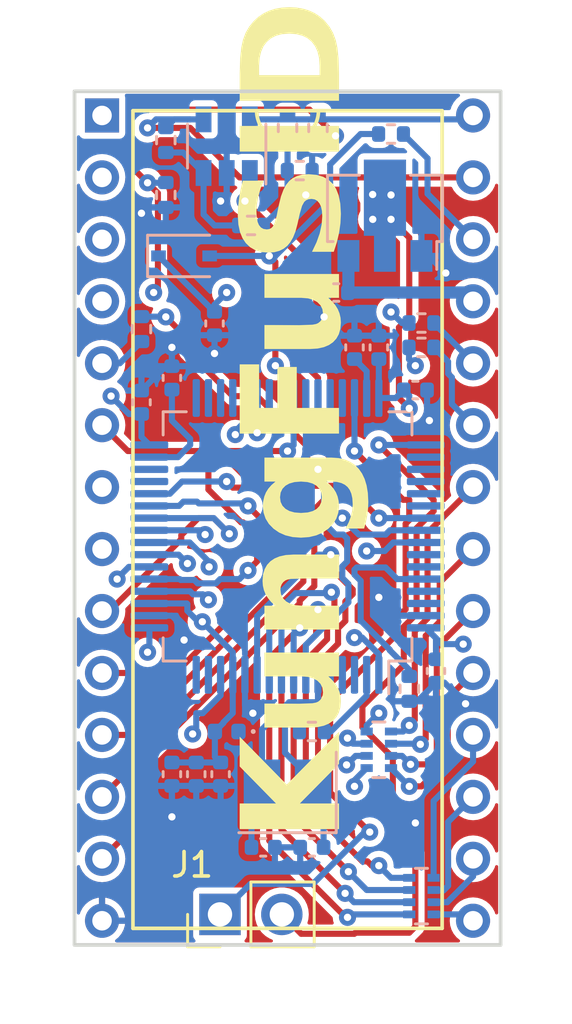
<source format=kicad_pcb>
(kicad_pcb (version 20240108) (generator "pcbnew") (generator_version "8.0")
  (title_block (title "Kung Fu Flash") (date "2019-12-15") (rev "1"))
  (layers (0 "F.Cu" signal) (1 "In1.Cu" signal) (2 "In2.Cu" signal) (31 "B.Cu" signal) (34 "B.Paste" user) (35 "F.Paste" user) (36 "B.SilkS" user "B.Silkscreen") (37 "F.SilkS" user "F.Silkscreen") (38 "B.Mask" user) (39 "F.Mask" user) (44 "Edge.Cuts" user))
  (net 0 "")
  (net 1 "GND")
  (net 2 "+3V3")
  (net 3 "/R~{W}")
  (net 4 "/CD7")
  (net 5 "+5V")
  (net 6 "/CD6")
  (net 7 "/CD5")
  (net 8 "/CD4")
  (net 9 "/CD3")
  (net 10 "/CD2")
  (net 11 "/CD1")
  (net 12 "/CD0")
  (net 13 "/A4")
  (net 14 "/A3")
  (net 15 "/A2")
  (net 16 "/A1")
  (net 17 "/A0")
  (net 18 "/D2")
  (net 19 "/D3")
  (net 20 "/D1")
  (net 21 "/D0")
  (net 22 "/D4")
  (net 23 "/D5")
  (net 24 "/D7")
  (net 25 "/D6")
  (net 26 "/BOOT0")
  (net 27 "Net-(U3-PH0)")
  (net 28 "/~{LED}")
  (net 29 "/~{RST}")
  (net 30 "/SPECIAL")
  (net 31 "/SWDIO")
  (net 32 "/SWCLK")
  (net 33 "Net-(U3-PH1)")
  (net 34 "Net-(U3-VCAP_1)")
  (net 35 "Net-(U3-VCAP_2)")
  (net 36 "Net-(D1-K)")
  (net 37 "Net-(U2-EXT_IN)")
  (net 38 "/VDD")
  (net 39 "Net-(R7-Pad1)")
  (net 40 "Net-(U2-{slash}RES)")
  (net 41 "Net-(U4--)")
  (net 42 "Net-(U2-AUDIO_OUT)")
  (net 43 "/I_P_X")
  (net 44 "/I_P_Y")
  (net 50 "/~{CS}")
  (net 51 "/POT_Y")
  (net 52 "/POT_X")
  (net 53 "/EXT_IN")
  (net 72 "/VDD_ADC")
  (net 73 "/PHI2")
  (footprint "mod:DIP-28_W15.24mm" (layer "F.Cu") (at 67.38 82.99)
    (property "Reference" "U2" (hide yes))
    (property "Value" "C64-SID-Socket-hackup")
  )
  (footprint "Connector_PinHeader_2.54mm:PinHeader_1x02_P2.54mm_Vertical" (layer "F.Cu") (at 72.225 115.75 90)
    (property "Reference" "J1")
    (property "Value" "SWD")
  )
  (footprint "Capacitor_SMD:C_0402_1005Metric" (layer "B.Cu") (at 76 113)
    (property "Reference" "C10" (hide yes))
    (property "Value" "20p" (hide yes))
  )
  (footprint "Resistor_SMD:R_0402_1005Metric" (layer "B.Cu") (at 80 106.5 -90)
    (property "Reference" "R6" (hide yes))
    (property "Value" "10k" (hide yes))
  )
  (footprint "Capacitor_SMD:C_0402_1005Metric" (layer "B.Cu") (at 71.25 110 -90)
    (property "Reference" "C9" (hide yes))
    (property "Value" "100n" (hide yes))
  )
  (footprint "Capacitor_SMD:C_0402_1005Metric" (layer "B.Cu") (at 81.096 105.769 -90)
    (property "Reference" "C8" (hide yes))
    (property "Value" "100n" (hide yes))
  )
  (footprint "Capacitor_SMD:C_0402_1005Metric" (layer "B.Cu") (at 77 90.25 180)
    (property "Reference" "C1" (hide yes))
    (property "Value" "10u" (hide yes))
  )
  (footprint "Capacitor_SMD:C_0402_1005Metric" (layer "B.Cu") (at 78.75 92.5 90)
    (property "Reference" "C3" (hide yes))
    (property "Value" "100n" (hide yes))
  )
  (footprint "Capacitor_SMD:C_0402_1005Metric" (layer "B.Cu") (at 72.25 110 -90)
    (property "Reference" "C7" (hide yes))
    (property "Value" "100n" (hide yes))
  )
  (footprint "Package_QFP:LQFP-64_10x10mm_P0.5mm" (layer "B.Cu") (at 75 100.25 90)
    (property "Reference" "U3" (hide yes))
    (property "Value" "GD32F405RGT6" (hide yes))
  )
  (footprint "Resistor_SMD:R_0402_1005Metric" (layer "B.Cu") (at 69 91.75 -90)
    (property "Reference" "R4" (hide yes))
    (property "Value" "100" (hide yes))
  )
  (footprint "Resistor_SMD:R_0402_1005Metric" (layer "B.Cu") (at 70 86.25 -90)
    (property "Reference" "R3" (hide yes))
    (property "Value" "1.2k" (hide yes))
  )
  (footprint "Resistor_SMD:R_0402_1005Metric" (layer "B.Cu") (at 76.25 83.5 90)
    (property "Reference" "R2" (hide yes))
    (property "Value" "6.2k" (hide yes))
  )
  (footprint "Resistor_SMD:R_Array_Concave_4x0402" (layer "B.Cu") (at 78.75 109 180)
    (property "Reference" "RN1" (hide yes))
    (property "Value" "100R" (hide yes))
  )
  (footprint "Resistor_SMD:R_Array_Concave_4x0402" (layer "B.Cu") (at 80.5 115 180)
    (property "Reference" "RN2" (hide yes))
    (property "Value" "100R" (hide yes))
  )
  (footprint "Resistor_SMD:R_0402_1005Metric" (layer "B.Cu") (at 75 83.5 90)
    (property "Reference" "R7" (hide yes))
    (property "Value" "470" (hide yes))
  )
  (footprint "Resistor_SMD:R_0402_1005Metric" (layer "B.Cu") (at 73.5 87.5)
    (property "Reference" "R8" (hide yes))
    (property "Value" "1k" (hide yes))
  )
  (footprint "Capacitor_SMD:C_0402_1005Metric" (layer "B.Cu") (at 74 113)
    (property "Reference" "C11" (hide yes))
    (property "Value" "20p" (hide yes))
  )
  (footprint "mod:Crystal_SMD_3225-2Pin_3.2x2.5mm" (layer "B.Cu") (at 75 110.75 180)
    (property "Reference" "Y1" (hide yes))
    (property "Value" "8MHz" (hide yes))
  )
  (footprint "Capacitor_SMD:C_0402_1005Metric" (layer "B.Cu") (at 69 94.75 90)
    (property "Reference" "C5" (hide yes))
    (property "Value" "100n" (hide yes))
  )
  (footprint "Capacitor_SMD:C_0402_1005Metric" (layer "B.Cu") (at 70.25 110 -90)
    (property "Reference" "C2" (hide yes))
    (property "Value" "10u" (hide yes))
  )
  (footprint "Capacitor_SMD:C_0402_1005Metric" (layer "B.Cu") (at 80.25 94.25)
    (property "Reference" "C6" (hide yes))
    (property "Value" "100n" (hide yes))
  )
  (footprint "Resistor_SMD:R_0402_1005Metric" (layer "B.Cu") (at 76 108.25 180)
    (property "Reference" "R5" (hide yes))
    (property "Value" "510R" (hide yes))
  )
  (footprint "Capacitor_SMD:C_0402_1005Metric" (layer "B.Cu") (at 70.25 93.75 -90)
    (property "Reference" "C12" (hide yes))
    (property "Value" "2.2u" (hide yes))
  )
  (footprint "Capacitor_SMD:C_0402_1005Metric" (layer "B.Cu") (at 77.75 92.5 90)
    (property "Reference" "C13" (hide yes))
    (property "Value" "2.2u" (hide yes))
  )
  (footprint "LED_SMD:LED_0402_1005Metric" (layer "B.Cu") (at 72.5 108.25 180)
    (property "Reference" "D1" (hide yes))
    (property "Value" "LED" (hide yes))
  )
  (footprint "Diode_SMD:D_SOD-323" (layer "B.Cu") (at 70.75 88.75)
    (property "Reference" "D2" (hide yes))
    (property "Value" "1N4148WS" (hide yes))
  )
  (footprint "Capacitor_SMD:C_0402_1005Metric" (layer "B.Cu") (at 72 91.52 -90)
    (property "Reference" "C4" (hide yes))
    (property "Value" "100n" (hide yes))
  )
  (footprint "Resistor_SMD:R_0402_1005Metric" (layer "B.Cu") (at 79.25 83.75)
    (property "Reference" "R1" (hide yes))
    (property "Value" "100" (hide yes))
  )
  (footprint "Package_TO_SOT_SMD:SOT-23-5" (layer "B.Cu") (at 72.5 84.25 90)
    (property "Reference" "U4" (hide yes))
    (property "Value" "LM321" (hide yes))
  )
  (footprint "Resistor_SMD:R_0402_1005Metric" (layer "B.Cu") (at 70 84 -90)
    (property "Reference" "R10" (hide yes))
    (property "Value" "0" (hide yes))
  )
  (footprint "Package_TO_SOT_SMD:SOT-89-3" (layer "B.Cu") (at 79 87.1 90)
    (property "Reference" "U1" (hide yes))
    (property "Value" "AMS1117-3.3" (hide yes))
  )
  (footprint "Resistor_SMD:R_0402_1005Metric" (layer "B.Cu") (at 75.5 85.25 180)
    (property "Reference" "R9" (hide yes))
    (property "Value" "33" (hide yes))
  )
  (footprint "Resistor_SMD:R_0402_1005Metric" (layer "B.Cu") (at 80.5 91.5)
    (property "Reference" "R11" (hide yes))
    (property "Value" "470" (hide yes))
  )
  (footprint "Resistor_SMD:R_0402_1005Metric" (layer "B.Cu") (at 80.5 92.5)
    (property "Reference" "R12" (hide yes))
    (property "Value" "470" (hide yes))
  )
  (gr_line (start 81.35 82.794) (end 81.35 116.322) (stroke (width 0.15)) (layer "F.SilkS"))
  (gr_arc (start 76.27 82.794) (mid 75 84.064) (end 73.73 82.794) (stroke (width 0.15)) (layer "F.SilkS"))
  (gr_line (start 68.65 116.322) (end 68.65 82.794) (stroke (width 0.15)) (layer "F.SilkS"))
  (gr_line (start 81.35 116.322) (end 68.65 116.322) (stroke (width 0.15)) (layer "F.SilkS"))
  (gr_line (start 68.65 82.794) (end 81.35 82.794) (stroke (width 0.15)) (layer "F.SilkS"))
  (gr_line (start 66.25 82) (end 83.75 82) (stroke (width 0.15)) (layer "Edge.Cuts"))
  (gr_line (start 83.75 117) (end 66.25 117) (stroke (width 0.15)) (layer "Edge.Cuts"))
  (gr_line (start 83.75 82) (end 83.75 117) (stroke (width 0.15)) (layer "Edge.Cuts"))
  (gr_line (start 66.25 117) (end 66.25 82) (stroke (width 0.15)) (layer "Edge.Cuts"))
  (gr_text "KungFuSID" (at 77.794 112.766 90) (layer "F.SilkS") (effects (font (size 4 4) (thickness 1) (bold yes)) (justify left bottom)))
  (via (at 72 92.75) (size 0.7) (drill 0.3) (layers "F.Cu" "B.Cu") (net 1))
  (via (at 80.8255 95.5) (size 0.7) (drill 0.3) (layers "F.Cu" "B.Cu") (net 1))
  (via (at 73.5755 107.5) (size 0.7) (drill 0.3) (layers "F.Cu" "B.Cu") (net 1))
  (via (at 80.25 112) (size 0.7) (drill 0.3) (layers "F.Cu" "B.Cu") (net 1))
  (via (at 75.75 86.25) (size 0.7) (drill 0.3) (layers "F.Cu" "B.Cu") (net 1))
  (via (at 70.25 92.5) (size 0.7) (drill 0.3) (layers "F.Cu" "B.Cu") (net 1))
  (via (at 69 87) (size 0.7) (drill 0.3) (layers "F.Cu" "B.Cu") (net 1))
  (via (at 78.75 102.75) (size 0.7) (drill 0.3) (layers "F.Cu" "B.Cu") (net 1))
  (via (at 81.5 89.4505) (size 0.7) (drill 0.3) (layers "F.Cu" "B.Cu") (net 1))
  (via (at 82.31087 107.113018) (size 0.7) (drill 0.3) (layers "F.Cu" "B.Cu") (net 1))
  (via (at 70.75 104.5) (size 0.7) (drill 0.3) (layers "F.Cu" "B.Cu") (net 1))
  (via (at 72.25 86.5) (size 0.7) (drill 0.3) (layers "F.Cu" "B.Cu") (net 1))
  (via (at 70.25 111.75) (size 0.7) (drill 0.3) (layers "F.Cu" "B.Cu") (net 1))
  (via (at 76.5 91.25) (size 0.7) (drill 0.3) (layers "F.Cu" "B.Cu") (net 1))
  (segment (start 69.325 103.5) (end 70.25 103.5) (width 0.25) (layer "B.Cu") (net 1))
  (segment (start 70.25 110.48) (end 70.25 111.75) (width 0.25) (layer "B.Cu") (net 1))
  (segment (start 69.24 86.76) (end 69 87) (width 0.25) (layer "B.Cu") (net 1))
  (segment (start 70.25 110.48) (end 72.25 110.48) (width 0.25) (layer "B.Cu") (net 1))
  (segment (start 80.73 94.25) (end 80.73 95.4045) (width 0.25) (layer "B.Cu") (net 1))
  (segment (start 77.75 92.02) (end 78.75 92.02) (width 0.25) (layer "B.Cu") (net 1))
  (segment (start 69 94.27) (end 70 93.27) (width 0.25) (layer "B.Cu") (net 1))
  (segment (start 70.25 103.5) (end 70.75 104) (width 0.25) (layer "B.Cu") (net 1))
  (segment (start 70.25 93.27) (end 70.25 92.5) (width 0.25) (layer "B.Cu") (net 1))
  (segment (start 80.335 107.01) (end 81.096 106.249) (width 0.25) (layer "B.Cu") (net 1))
  (segment (start 80 107.01) (end 80.335 107.01) (width 0.25) (layer "B.Cu") (net 1))
  (segment (start 72.5 86.25) (end 72.25 86.5) (width 0.25) (layer "B.Cu") (net 1))
  (segment (start 81.446852 106.249) (end 82.31087 107.113018) (width 0.25) (layer "B.Cu") (net 1))
  (segment (start 80.675 103.5) (end 79.25 103.5) (width 0.25) (layer "B.Cu") (net 1))
  (segment (start 80.7995 88.75) (end 81.5 89.4505) (width 0.25) (layer "B.Cu") (net 1))
  (segment (start 80.5 88.75) (end 80.7995 88.75) (width 0.25) (layer "B.Cu") (net 1))
  (segment (start 70 93.27) (end 70.25 93.27) (width 0.25) (layer "B.Cu") (net 1))
  (segment (start 73.5755 107.5) (end 73.25 107.1745) (width 0.25) (layer "B.Cu") (net 1))
  (segment (start 76.01 85.99) (end 75.75 86.25) (width 0.25) (layer "B.Cu") (net 1))
  (segment (start 81.096 106.249) (end 81.446852 106.249) (width 0.25) (layer "B.Cu") (net 1))
  (segment (start 70 86.76) (end 69.24 86.76) (width 0.25) (layer "B.Cu") (net 1))
  (segment (start 72 92) (end 72 92.75) (width 0.25) (layer "B.Cu") (net 1))
  (segment (start 76.01 85.25) (end 76.01 85.99) (width 0.25) (layer "B.Cu") (net 1))
  (segment (start 79.25 103.5) (end 78.5 102.75) (width 0.25) (layer "B.Cu") (net 1))
  (segment (start 70.75 104) (end 70.75 104.5) (width 0.25) (layer "B.Cu") (net 1))
  (segment (start 73.25 107.1745) (end 73.25 105.925) (width 0.25) (layer "B.Cu") (net 1))
  (segment (start 80.73 95.4045) (end 80.8255 95.5) (width 0.25) (layer "B.Cu") (net 1))
  (segment (start 76.52 90.25) (end 76.52 91.23) (width 0.25) (layer "B.Cu") (net 1))
  (segment (start 76.52 91.23) (end 76.5 91.25) (width 0.25) (layer "B.Cu") (net 1))
  (segment (start 72.5 85.35) (end 72.5 86.25) (width 0.25) (layer "B.Cu") (net 1))
  (segment (start 77.75 92.02) (end 77.27 92.02) (width 0.25) (layer "B.Cu") (net 1))
  (segment (start 77.27 92.02) (end 76.5 91.25) (width 0.25) (layer "B.Cu") (net 1))
  (segment (start 79.230593 86.230593) (end 79.25 86.25) (width 0.5) (layer "F.Cu") (net 2))
  (segment (start 80 95) (end 79.575 94.575) (width 0.25) (layer "F.Cu") (net 2))
  (segment (start 80 91.254095) (end 80 88) (width 0.25) (layer "F.Cu") (net 2))
  (segment (start 78.495824 86.230593) (end 79.230593 86.230593) (width 0.5) (layer "F.Cu") (net 2))
  (segment (start 79.25 86.25) (end 79.25 87.25) (width 0.5) (layer "F.Cu") (net 2))
  (segment (start 79.575 94.575) (end 79.575 91.679095) (width 0.25) (layer "F.Cu") (net 2))
  (segment (start 78.495824 87.245824) (end 78.5 87.25) (width 0.5) (layer "F.Cu") (net 2))
  (segment (start 79.575 91.679095) (end 80 91.254095) (width 0.25) (layer "F.Cu") (net 2))
  (segment (start 78.495824 86.230593) (end 78.495824 87.245824) (width 0.5) (layer "F.Cu") (net 2))
  (segment (start 79.25 87.25) (end 78.5 87.25) (width 0.25) (layer "F.Cu") (net 2))
  (segment (start 80 88) (end 79.25 87.25) (width 0.25) (layer "F.Cu") (net 2))
  (via (at 79.25 86.25) (size 0.7) (drill 0.3) (layers "F.Cu" "B.Cu") (net 2))
  (via (at 78.5 87.25) (size 0.7) (drill 0.3) (layers "F.Cu" "B.Cu") (net 2))
  (via (at 80 95) (size 0.7) (drill 0.3) (layers "F.Cu" "B.Cu") (net 2))
  (via (at 78.495824 86.230593) (size 0.7) (drill 0.3) (layers "F.Cu" "B.Cu") (net 2))
  (via (at 79.25 87.25) (size 0.7) (drill 0.3) (layers "F.Cu" "B.Cu") (net 2))
  (via (at 72.5 90.25) (size 0.7) (drill 0.3) (layers "F.Cu" "B.Cu") (net 2))
  (via (at 82.215401 104.667817) (size 0.7) (drill 0.3) (layers "F.Cu" "B.Cu") (net 2))
  (via (at 67.750982 94.496841) (size 0.7) (drill 0.3) (layers "F.Cu" "B.Cu") (net 2))
  (via (at 77.7495 104.399503) (size 0.7) (drill 0.3) (layers "F.Cu" "B.Cu") (net 2))
  (via (at 71.5 103.75) (size 0.7) (drill 0.3) (layers "F.Cu" "B.Cu") (net 2))
  (segment (start 72 90.75) (end 72.5 90.25) (width 0.25) (layer "B.Cu") (net 2))
  (segment (start 80 95) (end 80 94.48) (width 0.25) (layer "B.Cu") (net 2))
  (segment (start 72 91.04) (end 72 90.75) (width 0.25) (layer "B.Cu") (net 2))
  (segment (start 72.365 107.877696) (end 72.365 107.9) (width 0.25) (layer "B.Cu") (net 2))
  (segment (start 69 95.23) (end 69 96.175) (width 0.25) (layer "B.Cu") (net 2))
  (segment (start 69.325 103) (end 70.859295 103) (width 0.25) (layer "B.Cu") (net 2))
  (segment (start 72.75 105) (end 72.75 105.925) (width 0.25) (layer "B.Cu") (net 2))
  (segment (start 70.859295 103) (end 70.883514 103.024219) (width 0.25) (layer "B.Cu") (net 2))
  (segment (start 78.75 94.575) (end 78.75 92.98) (width 0.25) (layer "B.Cu") (net 2))
  (segment (start 79.445 94.575) (end 79.77 94.25) (width 0.25) (layer "B.Cu") (net 2))
  (segment (start 81.342817 104.667817) (end 80.675 104) (width 0.25) (layer "B.Cu") (net 2))
  (segment (start 78.067267 104.399503) (end 78.75 105.082236) (width 0.25) (layer "B.Cu") (net 2))
  (segment (start 82.215401 104.667817) (end 81.342817 104.667817) (width 0.25) (layer "B.Cu") (net 2))
  (segment (start 70.25 109.52) (end 72.25 109.52) (width 0.25) (layer "B.Cu") (net 2))
  (segment (start 68.484141 95.23) (end 67.750982 94.496841) (width 0.25) (layer "B.Cu") (net 2))
  (segment (start 80 94.48) (end 79.77 94.25) (width 0.25) (layer "B.Cu") (net 2))
  (segment (start 72.015 108.25) (end 72.015 109.285) (width 0.25) (layer "B.Cu") (net 2))
  (segment (start 72.365 107.9) (end 72.015 108.25) (width 0.25) (layer "B.Cu") (net 2))
  (segment (start 69 96.175) (end 69.325 96.5) (width 0.25) (layer "B.Cu") (net 2))
  (segment (start 72.015 109.285) (end 72.25 109.52) (width 0.25) (layer "B.Cu") (net 2))
  (segment (start 70.883514 103.299632) (end 71.333882 103.75) (width 0.25) (layer "B.Cu") (net 2))
  (segment (start 72.75 107.492696) (end 72.365 107.877696) (width 0.25) (layer "B.Cu") (net 2))
  (segment (start 72.75 105.925) (end 72.75 107.492696) (width 0.25) (layer "B.Cu") (net 2))
  (segment (start 78.75 105.082236) (end 78.75 105.925) (width 0.25) (layer "B.Cu") (net 2))
  (segment (start 70.883514 103.024219) (end 70.883514 103.299632) (width 0.25) (layer "B.Cu") (net 2))
  (segment (start 81.096 104.421) (end 80.675 104) (width 0.25) (layer "B.Cu") (net 2))
  (segment (start 71.5 103.75) (end 72.75 105) (width 0.25) (layer "B.Cu") (net 2))
  (segment (start 78.75 94.575) (end 79.445 94.575) (width 0.25) (layer "B.Cu") (net 2))
  (segment (start 72 91.04) (end 71.99 91.04) (width 0.25) (layer "B.Cu") (net 2))
  (segment (start 71.99 91.04) (end 69.7 88.75) (width 0.25) (layer "B.Cu") (net 2))
  (segment (start 77.7495 104.399503) (end 78.067267 104.399503) (width 0.25) (layer "B.Cu") (net 2))
  (segment (start 71.333882 103.75) (end 71.5 103.75) (width 0.25) (layer "B.Cu") (net 2))
  (segment (start 69 95.23) (end 68.484141 95.23) (width 0.25) (layer "B.Cu") (net 2))
  (segment (start 81.096 105.289) (end 81.096 104.421) (width 0.25) (layer "B.Cu") (net 2))
  (via (at 71.101944 108.351944) (size 0.7) (drill 0.3) (layers "F.Cu" "B.Cu") (net 3))
  (segment (start 72.25 106.767764) (end 71.517764 107.5) (width 0.25) (layer "B.Cu") (net 3))
  (segment (start 71.25 107.5) (end 71.25 108.203888) (width 0.25) (layer "B.Cu") (net 3))
  (segment (start 72.25 105.925) (end 72.25 106.767764) (width 0.25) (layer "B.Cu") (net 3))
  (segment (start 71.517764 107.5) (end 71.25 107.5) (width 0.25) (layer "B.Cu") (net 3))
  (segment (start 71.25 108.203888) (end 71.101944 108.351944) (width 0.25) (layer "B.Cu") (net 3))
  (segment (start 80.225 107.775) (end 80.225 104.138604) (width 0.25) (layer "F.Cu") (net 4))
  (segment (start 80.225 104.138604) (end 80.75 103.613604) (width 0.25) (layer "F.Cu") (net 4))
  (segment (start 80 108) (end 80.225 107.775) (width 0.25) (layer "F.Cu") (net 4))
  (segment (start 80.75 100.1) (end 82.62 98.23) (width 0.25) (layer "F.Cu") (net 4))
  (segment (start 80.75 103.613604) (end 80.75 100.1) (width 0.25) (layer "F.Cu") (net 4))
  (via (at 80 108) (size 0.7) (drill 0.3) (layers "F.Cu" "B.Cu") (net 4))
  (segment (start 79.75 108.25) (end 79.25 108.25) (width 0.25) (layer "B.Cu") (net 4))
  (segment (start 80 108) (end 79.75 108.25) (width 0.25) (layer "B.Cu") (net 4))
  (segment (start 77.5 90.23) (end 77.48 90.25) (width 0.5) (layer "B.Cu") (net 5))
  (segment (start 77.48 90.25) (end 82.26 90.25) (width 0.5) (layer "B.Cu") (net 5))
  (segment (start 82.26 90.25) (end 82.62 90.61) (width 0.5) (layer "B.Cu") (net 5))
  (segment (start 77.5 88.75) (end 77.5 90.23) (width 0.5) (layer "B.Cu") (net 5))
  (segment (start 81.25 103.75) (end 81.25 102.14) (width 0.25) (layer "F.Cu") (net 6))
  (segment (start 81.25 102.14) (end 82.62 100.77) (width 0.25) (layer "F.Cu") (net 6))
  (segment (start 80.45445 108.776261) (end 80.675 108.555711) (width 0.25) (layer "F.Cu") (net 6))
  (segment (start 80.675 108.555711) (end 80.675 104.325) (width 0.25) (layer "F.Cu") (net 6))
  (segment (start 80.675 104.325) (end 81.25 103.75) (width 0.25) (layer "F.Cu") (net 6))
  (via (at 80.45445 108.776261) (size 0.7) (drill 0.3) (layers "F.Cu" "B.Cu") (net 6))
  (segment (start 80.45445 108.776261) (end 80.428189 108.75) (width 0.25) (layer "B.Cu") (net 6))
  (segment (start 80.428189 108.75) (end 79.25 108.75) (width 0.25) (layer "B.Cu") (net 6))
  (segment (start 80.705176 109.598055) (end 81.12945 109.173781) (width 0.25) (layer "F.Cu") (net 7))
  (segment (start 81.12945 104.80055) (end 82.62 103.31) (width 0.25) (layer "F.Cu") (net 7))
  (segment (start 80.051944 109.598055) (end 80.705176 109.598055) (width 0.25) (layer "F.Cu") (net 7))
  (segment (start 81.12945 109.173781) (end 81.12945 104.80055) (width 0.25) (layer "F.Cu") (net 7))
  (via (at 80.051944 109.598055) (size 0.7) (drill 0.3) (layers "F.Cu" "B.Cu") (net 7))
  (segment (start 80.051944 109.598055) (end 79.703889 109.25) (width 0.25) (layer "B.Cu") (net 7))
  (segment (start 79.703889 109.25) (end 79.25 109.25) (width 0.25) (layer "B.Cu") (net 7))
  (segment (start 80.5 110.5) (end 80 110.5) (width 0.25) (layer "F.Cu") (net 8))
  (segment (start 82.62 105.85) (end 81.57945 106.89055) (width 0.25) (layer "F.Cu") (net 8))
  (segment (start 81.57945 106.89055) (end 81.57945 109.42055) (width 0.25) (layer "F.Cu") (net 8))
  (segment (start 81.57945 109.42055) (end 80.5 110.5) (width 0.25) (layer "F.Cu") (net 8))
  (via (at 80 110.5) (size 0.7) (drill 0.3) (layers "F.Cu" "B.Cu") (net 8))
  (segment (start 80 110.5) (end 79.25 109.75) (width 0.25) (layer "B.Cu") (net 8))
  (segment (start 82.62 109.480431) (end 82.62 108.39) (width 0.25) (layer "B.Cu") (net 9))
  (segment (start 81 111.100431) (end 82.62 109.480431) (width 0.25) (layer "B.Cu") (net 9))
  (segment (start 81 114.25) (end 81 111.100431) (width 0.25) (layer "B.Cu") (net 9))
  (segment (start 81.408604 114.765) (end 81.595 114.578604) (width 0.25) (layer "B.Cu") (net 10))
  (segment (start 81.595 111.955) (end 82.62 110.93) (width 0.25) (layer "B.Cu") (net 10))
  (segment (start 81 114.75) (end 81.015 114.765) (width 0.25) (layer "B.Cu") (net 10))
  (segment (start 81.015 114.765) (end 81.408604 114.765) (width 0.25) (layer "B.Cu") (net 10))
  (segment (start 81.595 114.578604) (end 81.595 111.955) (width 0.25) (layer "B.Cu") (net 10))
  (segment (start 81 115.25) (end 81.56 115.25) (width 0.25) (layer "B.Cu") (net 11))
  (segment (start 81.56 115.25) (end 82.62 114.19) (width 0.25) (layer "B.Cu") (net 11))
  (segment (start 82.62 114.19) (end 82.62 113.47) (width 0.25) (layer "B.Cu") (net 11))
  (segment (start 81 115.75) (end 82.36 115.75) (width 0.25) (layer "B.Cu") (net 12))
  (segment (start 82.36 115.75) (end 82.62 116.01) (width 0.25) (layer "B.Cu") (net 12))
  (segment (start 68.5 112.35) (end 67.38 113.47) (width 0.25) (layer "F.Cu") (net 13))
  (segment (start 77.25 99.5) (end 76.5 99.5) (width 0.25) (layer "F.Cu") (net 13))
  (segment (start 76.1 99.9) (end 76.1 102.286396) (width 0.25) (layer "F.Cu") (net 13))
  (segment (start 75.5 102.886396) (end 75.5 103) (width 0.25) (layer "F.Cu") (net 13))
  (segment (start 68.5 110.446396) (end 68.5 112.35) (width 0.25) (layer "F.Cu") (net 13))
  (segment (start 76.1 102.286396) (end 75.5 102.886396) (width 0.25) (layer "F.Cu") (net 13))
  (segment (start 69.2 109.3) (end 69.2 109.746396) (width 0.25) (layer "F.Cu") (net 13))
  (segment (start 69.2 109.746396) (end 68.5 110.446396) (width 0.25) (layer "F.Cu") (net 13))
  (segment (start 75.5 103) (end 69.2 109.3) (width 0.25) (layer "F.Cu") (net 13))
  (segment (start 76.5 99.5) (end 76.1 99.9) (width 0.25) (layer "F.Cu") (net 13))
  (via (at 77.25 99.5) (size 0.7) (drill 0.3) (layers "F.Cu" "B.Cu") (net 13))
  (segment (start 77.925 100.175) (end 79.029595 100.175) (width 0.25) (layer "B.Cu") (net 13))
  (segment (start 77.25 99.5) (end 77.925 100.175) (width 0.25) (layer "B.Cu") (net 13))
  (segment (start 79.204595 100) (end 80.675 100) (width 0.25) (layer "B.Cu") (net 13))
  (segment (start 79.029595 100.175) (end 79.204595 100) (width 0.25) (layer "B.Cu") (net 13))
  (segment (start 68.75 109.56) (end 68.75 109) (width 0.25) (layer "F.Cu") (net 14))
  (segment (start 75.65 102.1) (end 75.65 99.6) (width 0.25) (layer "F.Cu") (net 14))
  (segment (start 68.75 109) (end 75.65 102.1) (width 0.25) (layer "F.Cu") (net 14))
  (segment (start 67.38 110.93) (end 68.75 109.56) (width 0.25) (layer "F.Cu") (net 14))
  (segment (start 76.5 98.75) (end 78 98.75) (width 0.25) (layer "F.Cu") (net 14))
  (segment (start 75.65 99.6) (end 76.5 98.75) (width 0.25) (layer "F.Cu") (net 14))
  (segment (start 78.75 99.56) (end 78.75 99.5) (width 0.25) (layer "F.Cu") (net 14))
  (segment (start 78 98.75) (end 78.75 99.5) (width 0.25) (layer "F.Cu") (net 14))
  (via (at 78.75 99.5) (size 0.7) (drill 0.3) (layers "F.Cu" "B.Cu") (net 14))
  (segment (start 78.75 99.5) (end 80.675 99.5) (width 0.25) (layer "B.Cu") (net 14))
  (segment (start 68.61 108.39) (end 75.2 101.8) (width 0.25) (layer "F.Cu") (net 15))
  (segment (start 75.2 101.8) (end 75.2 98.95) (width 0.25) (layer "F.Cu") (net 15))
  (segment (start 67.38 108.39) (end 68.61 108.39) (width 0.25) (layer "F.Cu") (net 15))
  (segment (start 72.75 98.25) (end 72.5 98) (width 0.25) (layer "F.Cu") (net 15))
  (segment (start 75.2 98.95) (end 74.5 98.25) (width 0.25) (layer "F.Cu") (net 15))
  (segment (start 74.5 98.25) (end 72.75 98.25) (width 0.25) (layer "F.Cu") (net 15))
  (via (at 72.5 98) (size 0.7) (drill 0.3) (layers "F.Cu" "B.Cu") (net 15))
  (segment (start 70.667764 98) (end 72.5 98) (width 0.25) (layer "B.Cu") (net 15))
  (segment (start 70.167764 98.5) (end 70.667764 98) (width 0.25) (layer "B.Cu") (net 15))
  (segment (start 69.325 98.5) (end 70.167764 98.5) (width 0.25) (layer "B.Cu") (net 15))
  (segment (start 73.3755 99) (end 74.75 100.3745) (width 0.25) (layer "F.Cu") (net 16))
  (segment (start 74.75 101.5) (end 70.4 105.85) (width 0.25) (layer "F.Cu") (net 16))
  (segment (start 70.4 105.85) (end 67.38 105.85) (width 0.25) (layer "F.Cu") (net 16))
  (segment (start 74.75 100.3745) (end 74.75 101.5) (width 0.25) (layer "F.Cu") (net 16))
  (via (at 73.3755 99) (size 0.7) (drill 0.3) (layers "F.Cu" "B.Cu") (net 16))
  (segment (start 73.273203 98.897703) (end 71.352297 98.897703) (width 0.25) (layer "B.Cu") (net 16))
  (segment (start 70.545405 99) (end 69.325 99) (width 0.25) (layer "B.Cu") (net 16))
  (segment (start 71.352297 98.897703) (end 71.279594 98.825) (width 0.25) (layer "B.Cu") (net 16))
  (segment (start 73.3755 99) (end 73.273203 98.897703) (width 0.25) (layer "B.Cu") (net 16))
  (segment (start 70.720405 98.825) (end 70.545405 99) (width 0.25) (layer "B.Cu") (net 16))
  (segment (start 71.279594 98.825) (end 70.720405 98.825) (width 0.25) (layer "B.Cu") (net 16))
  (segment (start 72.608509 100.141492) (end 71.966517 99.4995) (width 0.25) (layer "F.Cu") (net 17))
  (segment (start 70.636424 100.363575) (end 67.69 103.31) (width 0.25) (layer "F.Cu") (net 17))
  (segment (start 67.69 103.31) (end 67.38 103.31) (width 0.25) (layer "F.Cu") (net 17))
  (segment (start 71.335067 99.4995) (end 70.636424 100.198143) (width 0.25) (layer "F.Cu") (net 17))
  (segment (start 70.636424 100.198143) (end 70.636424 100.363575) (width 0.25) (layer "F.Cu") (net 17))
  (segment (start 71.966517 99.4995) (end 71.335067 99.4995) (width 0.25) (layer "F.Cu") (net 17))
  (via (at 72.608509 100.141492) (size 0.7) (drill 0.3) (layers "F.Cu" "B.Cu") (net 17))
  (segment (start 71.967017 99.5) (end 69.325 99.5) (width 0.25) (layer "B.Cu") (net 17))
  (segment (start 72.608509 100.141492) (end 71.967017 99.5) (width 0.25) (layer "B.Cu") (net 17))
  (segment (start 76.625 104.465991) (end 75.25 105.840991) (width 0.25) (layer "F.Cu") (net 18))
  (segment (start 76.801036 102.539247) (end 76.925 102.663211) (width 0.25) (layer "F.Cu") (net 18))
  (segment (start 75.25 105.840991) (end 75.25 111.746494) (width 0.25) (layer "F.Cu") (net 18))
  (segment (start 76.625 103.829595) (end 76.625 104.465991) (width 0.25) (layer "F.Cu") (net 18))
  (segment (start 76.925 102.663211) (end 76.925 103.529595) (width 0.25) (layer "F.Cu") (net 18))
  (segment (start 75.25 111.746494) (end 77.500467 113.996961) (width 0.25) (layer "F.Cu") (net 18))
  (segment (start 76.925 103.529595) (end 76.625 103.829595) (width 0.25) (layer "F.Cu") (net 18))
  (via (at 77.500467 113.996961) (size 0.7) (drill 0.3) (layers "F.Cu" "B.Cu") (net 18))
  (via (at 76.801036 102.539247) (size 0.7) (drill 0.3) (layers "F.Cu" "B.Cu") (net 18))
  (segment (start 76.529595 102.575) (end 75.334009 102.575) (width 0.25) (layer "B.Cu") (net 18))
  (segment (start 76.801036 102.539247) (end 76.565348 102.539247) (width 0.25) (layer "B.Cu") (net 18))
  (segment (start 75.334009 102.575) (end 74.25 103.659009) (width 0.25) (layer "B.Cu") (net 18))
  (segment (start 77.500467 113.996961) (end 78.253506 114.75) (width 0.25) (layer "B.Cu") (net 18))
  (segment (start 74.25 103.659009) (end 74.25 105.925) (width 0.25) (layer "B.Cu") (net 18))
  (segment (start 78.253506 114.75) (end 80 114.75) (width 0.25) (layer "B.Cu") (net 18))
  (segment (start 76.565348 102.539247) (end 76.529595 102.575) (width 0.25) (layer "B.Cu") (net 18))
  (segment (start 77.375 103.715991) (end 77.075 104.015991) (width 0.25) (layer "F.Cu") (net 19))
  (segment (start 77.075 104.652387) (end 75.75 105.977387) (width 0.25) (layer "F.Cu") (net 19))
  (segment (start 77.375 102.919878) (end 77.375 103.715991) (width 0.25) (layer "F.Cu") (net 19))
  (segment (start 78.454595 113.75) (end 78.75 113.75) (width 0.25) (layer "F.Cu") (net 19))
  (segment (start 77.075 104.015991) (end 77.075 104.652387) (width 0.25) (layer "F.Cu") (net 19))
  (segment (start 77.675 102.619878) (end 77.375 102.919878) (width 0.25) (layer "F.Cu") (net 19))
  (segment (start 78.075 113.575) (end 78.279595 113.575) (width 0.25) (layer "F.Cu") (net 19))
  (segment (start 75.75 105.977387) (end 75.75 111.25) (width 0.25) (layer "F.Cu") (net 19))
  (segment (start 76.7745 101.5245) (end 77.675 102.425) (width 0.25) (layer "F.Cu") (net 19))
  (segment (start 77.675 102.425) (end 77.675 102.619878) (width 0.25) (layer "F.Cu") (net 19))
  (segment (start 75.75 111.25) (end 78.075 113.575) (width 0.25) (layer "F.Cu") (net 19))
  (segment (start 76.7745 101) (end 76.7745 101.5245) (width 0.25) (layer "F.Cu") (net 19))
  (segment (start 78.279595 113.575) (end 78.454595 113.75) (width 0.25) (layer "F.Cu") (net 19))
  (via (at 78.75 113.75) (size 0.7) (drill 0.3) (layers "F.Cu" "B.Cu") (net 19))
  (via (at 76.7745 101) (size 0.7) (drill 0.3) (layers "F.Cu" "B.Cu") (net 19))
  (segment (start 76.7745 101) (end 76.272613 101) (width 0.25) (layer "B.Cu") (net 19))
  (segment (start 73.75 103.522613) (end 73.75 105.925) (width 0.25) (layer "B.Cu") (net 19))
  (segment (start 76.272613 101) (end 73.75 103.522613) (width 0.25) (layer "B.Cu") (net 19))
  (segment (start 80 114.25) (end 79.25 114.25) (width 0.25) (layer "B.Cu") (net 19))
  (segment (start 79.25 114.25) (end 78.75 113.75) (width 0.25) (layer "B.Cu") (net 19))
  (segment (start 76.175 103.325) (end 76.175 104.279595) (width 0.25) (layer "F.Cu") (net 20))
  (segment (start 76.175 104.279595) (end 74.75 105.704595) (width 0.25) (layer "F.Cu") (net 20))
  (segment (start 74.75 112.272088) (end 77.363956 114.886044) (width 0.25) (layer "F.Cu") (net 20))
  (segment (start 76.25 103.25) (end 76.175 103.325) (width 0.25) (layer "F.Cu") (net 20))
  (segment (start 74.75 105.704595) (end 74.75 112.272088) (width 0.25) (layer "F.Cu") (net 20))
  (via (at 77.363956 114.886044) (size 0.7) (drill 0.3) (layers "F.Cu" "B.Cu") (net 20))
  (via (at 76.25 103.25) (size 0.7) (drill 0.3) (layers "F.Cu" "B.Cu") (net 20))
  (segment (start 77.727912 115.25) (end 77.363956 114.886044) (width 0.25) (layer "B.Cu") (net 20))
  (segment (start 80 115.25) (end 77.727912 115.25) (width 0.25) (layer "B.Cu") (net 20))
  (segment (start 74.75 103.795405) (end 74.75 105.925) (width 0.25) (layer "B.Cu") (net 20))
  (segment (start 76.25 103.25) (end 75.295405 103.25) (width 0.25) (layer "B.Cu") (net 20))
  (segment (start 75.295405 103.25) (end 74.75 103.795405) (width 0.25) (layer "B.Cu") (net 20))
  (segment (start 74.25 105.25) (end 75.5 104) (width 0.25) (layer "F.Cu") (net 21))
  (segment (start 77.393618 115.870301) (end 74.25 112.726683) (width 0.25) (layer "F.Cu") (net 21))
  (segment (start 77.463001 115.870301) (end 77.393618 115.870301) (width 0.25) (layer "F.Cu") (net 21))
  (segment (start 74.25 112.726683) (end 74.25 105.25) (width 0.25) (layer "F.Cu") (net 21))
  (via (at 77.463001 115.870301) (size 0.7) (drill 0.3) (layers "F.Cu" "B.Cu") (net 21))
  (via (at 75.5 104) (size 0.7) (drill 0.3) (layers "F.Cu" "B.Cu") (net 21))
  (segment (start 75.5 104) (end 75.25 104.25) (width 0.25) (layer "B.Cu") (net 21))
  (segment (start 77.463001 115.870301) (end 77.583302 115.75) (width 0.25) (layer "B.Cu") (net 21))
  (segment (start 75.25 104.25) (end 75.25 105.925) (width 0.25) (layer "B.Cu") (net 21))
  (segment (start 77.583302 115.75) (end 80 115.75) (width 0.25) (layer "B.Cu") (net 21))
  (via (at 71.777463 101.500132) (size 0.7) (drill 0.3) (layers "F.Cu" "B.Cu") (net 22))
  (via (at 77.75 110.5) (size 0.7) (drill 0.3) (layers "F.Cu" "B.Cu") (net 22))
  (segment (start 78.25 109.75) (end 77.75 110.25) (width 0.25) (layer "B.Cu") (net 22))
  (segment (start 71.777463 101.296083) (end 70.98138 100.5) (width 0.25) (layer "B.Cu") (net 22))
  (segment (start 71.777463 101.500132) (end 71.777463 101.296083) (width 0.25) (layer "B.Cu") (net 22))
  (segment (start 70.98138 100.5) (end 69.325 100.5) (width 0.25) (layer "B.Cu") (net 22))
  (segment (start 77.75 110.25) (end 77.75 110.5) (width 0.25) (layer "B.Cu") (net 22))
  (via (at 71.614662 100.1745) (size 0.7) (drill 0.3) (layers "F.Cu" "B.Cu") (net 23))
  (via (at 77.424595 109.619327) (size 0.7) (drill 0.3) (layers "F.Cu" "B.Cu") (net 23))
  (segment (start 71.614662 100.1745) (end 71.440162 100) (width 0.25) (layer "B.Cu") (net 23))
  (segment (start 77.424595 109.619327) (end 77.793922 109.25) (width 0.25) (layer "B.Cu") (net 23))
  (segment (start 77.793922 109.25) (end 78.25 109.25) (width 0.25) (layer "B.Cu") (net 23))
  (segment (start 71.440162 100) (end 69.325 100) (width 0.25) (layer "B.Cu") (net 23))
  (via (at 78.75 107.5) (size 0.7) (drill 0.3) (layers "F.Cu" "B.Cu") (net 24))
  (via (at 73.75 96) (size 0.7) (drill 0.3) (layers "F.Cu" "B.Cu") (net 24))
  (segment (start 78.25 108.25) (end 78.25 108) (width 0.25) (layer "B.Cu") (net 24))
  (segment (start 78.25 108) (end 78.75 107.5) (width 0.25) (layer "B.Cu") (net 24))
  (segment (start 73.75 96) (end 73.75 94.575) (width 0.25) (layer "B.Cu") (net 24))
  (via (at 72.853998 96.0755) (size 0.7) (drill 0.3) (layers "F.Cu" "B.Cu") (net 25))
  (via (at 77.461923 108.521467) (size 0.7) (drill 0.3) (layers "F.Cu" "B.Cu") (net 25))
  (segment (start 72.853998 95.941407) (end 72.853998 96.0755) (width 0.25) (layer "B.Cu") (net 25))
  (segment (start 73.25 95.545405) (end 72.853998 95.941407) (width 0.25) (layer "B.Cu") (net 25))
  (segment (start 73.25 94.575) (end 73.25 95.545405) (width 0.25) (layer "B.Cu") (net 25))
  (segment (start 77.690456 108.75) (end 77.461923 108.521467) (width 0.25) (layer "B.Cu") (net 25))
  (segment (start 78.25 108.75) (end 77.690456 108.75) (width 0.25) (layer "B.Cu") (net 25))
  (segment (start 78.004501 103.724503) (end 78.004501 102.071303) (width 0.25) (layer "B.Cu") (net 26))
  (segment (start 77.75 101.816802) (end 77.75 101.615491) (width 0.25) (layer "B.Cu") (net 26))
  (segment (start 79.2 104.895408) (end 78.029095 103.724503) (width 0.25) (layer "B.Cu") (net 26))
  (segment (start 79.027048 101.5245) (end 79.502548 102) (width 0.25) (layer "B.Cu") (net 26))
  (segment (start 78.004501 102.071303) (end 77.75 101.816802) (width 0.25) (layer "B.Cu") (net 26))
  (segment (start 80 105.720001) (end 79.2 104.920001) (width 0.25) (layer "B.Cu") (net 26))
  (segment (start 80 105.99) (end 80 105.720001) (width 0.25) (layer "B.Cu") (net 26))
  (segment (start 77.840991 101.5245) (end 79.027048 101.5245) (width 0.25) (layer "B.Cu") (net 26))
  (segment (start 78.029095 103.724503) (end 78.004501 103.724503) (width 0.25) (layer "B.Cu") (net 26))
  (segment (start 79.502548 102) (end 80.675 102) (width 0.25) (layer "B.Cu") (net 26))
  (segment (start 77.75 101.615491) (end 77.840991 101.5245) (width 0.25) (layer "B.Cu") (net 26))
  (segment (start 79.2 104.920001) (end 79.2 104.895408) (width 0.25) (layer "B.Cu") (net 26))
  (segment (start 74.895 109.12) (end 74.895 107.855) (width 0.25) (layer "B.Cu") (net 27))
  (segment (start 75.25 107.5) (end 76.75 107.5) (width 0.25) (layer "B.Cu") (net 27))
  (segment (start 76.75 107.5) (end 76.75 105.925) (width 0.25) (layer "B.Cu") (net 27))
  (segment (start 76.48 113) (end 76.48 111.18) (width 0.25) (layer "B.Cu") (net 27))
  (segment (start 76.48 111.18) (end 76.05 110.75) (width 0.25) (layer "B.Cu") (net 27))
  (segment (start 76.05 110.275) (end 74.895 109.12) (width 0.25) (layer "B.Cu") (net 27))
  (segment (start 76.05 110.75) (end 76.05 110.275) (width 0.25) (layer "B.Cu") (net 27))
  (segment (start 74.895 107.855) (end 75.25 107.5) (width 0.25) (layer "B.Cu") (net 27))
  (segment (start 76.51 108.25) (end 76.779999 108.25) (width 0.25) (layer "B.Cu") (net 28))
  (segment (start 78.25 106.779999) (end 78.25 105.925) (width 0.25) (layer "B.Cu") (net 28))
  (segment (start 76.779999 108.25) (end 78.25 106.779999) (width 0.25) (layer "B.Cu") (net 28))
  (segment (start 70.925 92.175) (end 70 91.25) (width 0.25) (layer "F.Cu") (net 29))
  (segment (start 70.925 92.675) (end 70.925 92.175) (width 0.25) (layer "F.Cu") (net 29))
  (segment (start 72.75 94.5) (end 70.925 92.675) (width 0.25) (layer "F.Cu") (net 29))
  (segment (start 75.8 96.55) (end 73.75 94.5) (width 0.25) (layer "F.Cu") (net 29))
  (segment (start 75.8 97.05) (end 75.8 96.55) (width 0.25) (layer "F.Cu") (net 29))
  (segment (start 76.25 97.5) (end 75.8 97.05) (width 0.25) (layer "F.Cu") (net 29))
  (segment (start 73.75 94.5) (end 72.75 94.5) (width 0.25) (layer "F.Cu") (net 29))
  (via (at 76.25 97.5) (size 0.7) (drill 0.3) (layers "F.Cu" "B.Cu") (net 29))
  (via (at 70 91.25) (size 0.7) (drill 0.3) (layers "F.Cu" "B.Cu") (net 29))
  (segment (start 77.25 101.953198) (end 77.5 102.203198) (width 0.25) (layer "B.Cu") (net 29))
  (segment (start 77.5 102.954595) (end 75.75 104.704595) (width 0.25) (layer "B.Cu") (net 29))
  (segment (start 77.288604 100.175) (end 77.4495 100.335896) (width 0.25) (layer "B.Cu") (net 29))
  (segment (start 76.970405 100.175) (end 77.288604 100.175) (width 0.25) (layer "B.Cu") (net 29))
  (segment (start 77.25 101.479095) (end 77.25 101.953198) (width 0.25) (layer "B.Cu") (net 29))
  (segment (start 69.99 91.24) (end 70 91.25) (width 0.25) (layer "B.Cu") (net 29))
  (segment (start 69 91.24) (end 69.99 91.24) (width 0.25) (layer "B.Cu") (net 29))
  (segment (start 75.75 104.704595) (end 75.75 105.925) (width 0.25) (layer "B.Cu") (net 29))
  (segment (start 77.4495 100.335896) (end 77.4495 101.279595) (width 0.25) (layer "B.Cu") (net 29))
  (segment (start 76.5 99.704595) (end 76.970405 100.175) (width 0.25) (layer "B.Cu") (net 29))
  (segment (start 76.25 97.5) (end 76.5 97.75) (width 0.25) (layer "B.Cu") (net 29))
  (segment (start 77.4495 101.279595) (end 77.25 101.479095) (width 0.25) (layer "B.Cu") (net 29))
  (segment (start 77.5 102.203198) (end 77.5 102.954595) (width 0.25) (layer "B.Cu") (net 29))
  (segment (start 76.5 97.75) (end 76.5 99.704595) (width 0.25) (layer "B.Cu") (net 29))
  (segment (start 73.75 101.272326) (end 73.75 100.25) (width 0.25) (layer "F.Cu") (net 30))
  (segment (start 73.25 97.75) (end 74.636396 97.75) (width 0.25) (layer "F.Cu") (net 30))
  (segment (start 73.75 100.25) (end 73.175 99.675) (width 0.25) (layer "F.Cu") (net 30))
  (segment (start 72.704595 97.25) (end 72.75 97.25) (width 0.25) (layer "F.Cu") (net 30))
  (segment (start 75.675 93.175) (end 75.675 88.925) (width 0.25) (layer "F.Cu") (net 30))
  (segment (start 71.75 97.25) (end 72.704595 97.25) (width 0.25) (layer "F.Cu") (net 30))
  (segment (start 76.25 93.75) (end 75.675 93.175) (width 0.25) (layer "F.Cu") (net 30))
  (segment (start 73.095905 99.675) (end 71.75 98.329095) (width 0.25) (layer "F.Cu") (net 30))
  (segment (start 72.75 97.25) (end 73.25 97.75) (width 0.25) (layer "F.Cu") (net 30))
  (segment (start 77.25 98) (end 77.25 97.5) (width 0.25) (layer "F.Cu") (net 30))
  (segment (start 76.25 96.5) (end 76.25 93.75) (width 0.25) (layer "F.Cu") (net 30))
  (segment (start 71.75 98.329095) (end 71.75 97.25) (width 0.25) (layer "F.Cu") (net 30))
  (segment (start 74.636396 97.75) (end 75.061396 98.175) (width 0.25) (layer "F.Cu") (net 30))
  (segment (start 77.25 97.5) (end 76.25 96.5) (width 0.25) (layer "F.Cu") (net 30))
  (segment (start 75.675 88.925) (end 73.25 86.5) (width 0.25) (layer "F.Cu") (net 30))
  (segment (start 72.704595 97.25) (end 73.175 97.720405) (width 0.25) (layer "F.Cu") (net 30))
  (segment (start 73.3755 101.646826) (end 73.75 101.272326) (width 0.25) (layer "F.Cu") (net 30))
  (segment (start 73.175 99.675) (end 73.095905 99.675) (width 0.25) (layer "F.Cu") (net 30))
  (segment (start 77.075 98.175) (end 77.25 98) (width 0.25) (layer "F.Cu") (net 30))
  (segment (start 75.061396 98.175) (end 77.075 98.175) (width 0.25) (layer "F.Cu") (net 30))
  (via (at 73.3755 101.646826) (size 0.7) (drill 0.3) (layers "F.Cu" "B.Cu") (net 30))
  (via (at 73.25 86.5) (size 0.7) (drill 0.3) (layers "F.Cu" "B.Cu") (net 30))
  (segment (start 73.45 86.3) (end 73.25 86.5) (width 0.25) (layer "B.Cu") (net 30))
  (segment (start 70.609151 102.036254) (end 70.572897 102) (width 0.25) (layer "B.Cu") (net 30))
  (segment (start 72.23219 102) (end 72.057058 102.175132) (width 0.25) (layer "B.Cu") (net 30))
  (segment (start 73.3755 101.646826) (end 73.022326 102) (width 0.25) (layer "B.Cu") (net 30))
  (segment (start 70.572897 102) (end 69.325 102) (width 0.25) (layer "B.Cu") (net 30))
  (segment (start 73.45 85.35) (end 73.45 86.3) (width 0.25) (layer "B.Cu") (net 30))
  (segment (start 73.022326 102) (end 72.23219 102) (width 0.25) (layer "B.Cu") (net 30))
  (segment (start 71.168341 102.036254) (end 70.609151 102.036254) (width 0.25) (layer "B.Cu") (net 30))
  (segment (start 71.307219 102.175132) (end 71.168341 102.036254) (width 0.25) (layer "B.Cu") (net 30))
  (segment (start 72.057058 102.175132) (end 71.307219 102.175132) (width 0.25) (layer "B.Cu") (net 30))
  (segment (start 76.75 110.75) (end 78.375 112.375) (width 0.25) (layer "F.Cu") (net 31))
  (segment (start 79.75 98.75) (end 80 98.75) (width 0.25) (layer "F.Cu") (net 31))
  (segment (start 80 99.577208) (end 79.85 99.727208) (width 0.25) (layer "F.Cu") (net 31))
  (segment (start 80 98.75) (end 80 99.577208) (width 0.25) (layer "F.Cu") (net 31))
  (segment (start 79.85 103.240812) (end 79.325 103.765812) (width 0.25) (layer "F.Cu") (net 31))
  (segment (start 79.325 103.765812) (end 79.325 104.425) (width 0.25) (layer "F.Cu") (net 31))
  (segment (start 79.325 104.425) (end 76.75 107) (width 0.25) (layer "F.Cu") (net 31))
  (segment (start 77.75 96.75) (end 79.75 98.75) (width 0.25) (layer "F.Cu") (net 31))
  (segment (start 76.75 107) (end 76.75 110.75) (width 0.25) (layer "F.Cu") (net 31))
  (segment (start 79.85 99.727208) (end 79.85 103.240812) (width 0.25) (layer "F.Cu") (net 31))
  (via (at 78.375 112.375) (size 0.7) (drill 0.3) (layers "F.Cu" "B.Cu") (net 31))
  (via (at 77.75 96.75) (size 0.7) (drill 0.3) (layers "F.Cu" "B.Cu") (net 31))
  (segment (start 78.375 112.375) (end 78.167833 112.375) (width 0.25) (layer "B.Cu") (net 31))
  (segment (start 78.167833 112.375) (end 76.042833 114.5) (width 0.25) (layer "B.Cu") (net 31))
  (segment (start 76.042833 114.5) (end 73.475 114.5) (width 0.25) (layer "B.Cu") (net 31))
  (segment (start 77.75 94.575) (end 77.75 96.75) (width 0.25) (layer "B.Cu") (net 31))
  (segment (start 73.475 114.5) (end 72.225 115.75) (width 0.25) (layer "B.Cu") (net 31))
  (segment (start 75.560301 116.545301) (end 74.765 115.75) (width 0.25) (layer "F.Cu") (net 32))
  (segment (start 79.775 103.952208) (end 79.775 105.520405) (width 0.25) (layer "F.Cu") (net 32))
  (segment (start 79.325 109.325) (end 79.325 112.325) (width 0.25) (layer "F.Cu") (net 32))
  (segment (start 80.3 99.913604) (end 80.3 103.427208) (width 0.25) (layer "F.Cu") (net 32))
  (segment (start 77.742596 116.545301) (end 75.560301 116.545301) (width 0.25) (layer "F.Cu") (net 32))
  (segment (start 78.075 108.075) (end 79.325 109.325) (width 0.25) (layer "F.Cu") (net 32))
  (segment (start 80.3 103.427208) (end 79.775 103.952208) (width 0.25) (layer "F.Cu") (net 32))
  (segment (start 78.075 107.220405) (end 78.075 108.075) (width 0.25) (layer "F.Cu") (net 32))
  (segment (start 80 116.5) (end 77.787897 116.5) (width 0.25) (layer "F.Cu") (net 32))
  (segment (start 78.75 96.5) (end 81 98.75) (width 0.25) (layer "F.Cu") (net 32))
  (segment (start 81 99.213604) (end 80.3 99.913604) (width 0.25) (layer "F.Cu") (net 32))
  (segment (start 77.787897 116.5) (end 77.742596 116.545301) (width 0.25) (layer "F.Cu") (net 32))
  (segment (start 79.775 105.520405) (end 78.075 107.220405) (width 0.25) (layer "F.Cu") (net 32))
  (segment (start 80.25 113.25) (end 80.25 116.25) (width 0.25) (layer "F.Cu") (net 32))
  (segment (start 79.325 112.325) (end 80.25 113.25) (width 0.25) (layer "F.Cu") (net 32))
  (segment (start 81 98.75) (end 81 99.213604) (width 0.25) (layer "F.Cu") (net 32))
  (segment (start 80.25 116.25) (end 80 116.5) (width 0.25) (layer "F.Cu") (net 32))
  (via (at 78.75 96.5) (size 0.7) (drill 0.3) (layers "F.Cu" "B.Cu") (net 32))
  (segment (start 80.675 96.5) (end 78.75 96.5) (width 0.25) (layer "B.Cu") (net 32))
  (segment (start 76.25 107) (end 76.2 107.05) (width 0.25) (layer "B.Cu") (net 33))
  (segment (start 73.52 113) (end 73.52 111.18) (width 0.25) (layer "B.Cu") (net 33))
  (segment (start 75.063604 107.05) (end 73.95 108.163604) (width 0.25) (layer "B.Cu") (net 33))
  (segment (start 76.25 105.925) (end 76.25 107) (width 0.25) (layer "B.Cu") (net 33))
  (segment (start 73.95 108.163604) (end 73.95 110.75) (width 0.25) (layer "B.Cu") (net 33))
  (segment (start 73.52 111.18) (end 73.95 110.75) (width 0.25) (layer "B.Cu") (net 33))
  (segment (start 76.2 107.05) (end 75.063604 107.05) (width 0.25) (layer "B.Cu") (net 33))
  (segment (start 70.5 97) (end 69.325 97) (width 0.25) (layer "B.Cu") (net 34))
  (segment (start 70.25 95.5) (end 71 96.25) (width 0.25) (layer "B.Cu") (net 34))
  (segment (start 70.25 94.23) (end 70.25 95.5) (width 0.25) (layer "B.Cu") (net 34))
  (segment (start 71 96.25) (end 71 96.5) (width 0.25) (layer "B.Cu") (net 34))
  (segment (start 71 96.5) (end 70.5 97) (width 0.25) (layer "B.Cu") (net 34))
  (segment (start 78.25 94.575) (end 78.25 93.48) (width 0.25) (layer "B.Cu") (net 35))
  (segment (start 78.25 93.48) (end 77.75 92.98) (width 0.25) (layer "B.Cu") (net 35))
  (segment (start 80.75 86.2) (end 82.62 88.07) (width 0.25) (layer "B.Cu") (net 37))
  (segment (start 80.75 84.75) (end 80.75 86.2) (width 0.25) (layer "B.Cu") (net 37))
  (segment (start 79.76 83.75) (end 79.76 83.76) (width 0.25) (layer "B.Cu") (net 37))
  (segment (start 79.76 83.76) (end 80.75 84.75) (width 0.25) (layer "B.Cu") (net 37))
  (segment (start 73.45 83.15) (end 82.46 83.15) (width 0.25) (layer "B.Cu") (net 38))
  (segment (start 82.46 83.15) (end 82.62 82.99) (width 0.25) (layer "B.Cu") (net 38))
  (segment (start 75 86.51) (end 74.01 87.5) (width 0.25) (layer "B.Cu") (net 39))
  (segment (start 75 84.01) (end 75 86.51) (width 0.25) (layer "B.Cu") (net 39))
  (segment (start 68.11 93.15) (end 69 92.26) (width 0.25) (layer "B.Cu") (net 40))
  (segment (start 67.38 93.15) (end 68.11 93.15) (width 0.25) (layer "B.Cu") (net 40))
  (segment (start 70.71 84.51) (end 71.55 85.35) (width 0.25) (layer "B.Cu") (net 41))
  (segment (start 71.55 85.35) (end 71.55 87.05) (width 0.25) (layer "B.Cu") (net 41))
  (segment (start 71.55 87.05) (end 72 87.5) (width 0.25) (layer "B.Cu") (net 41))
  (segment (start 70 84.51) (end 70.71 84.51) (width 0.25) (layer "B.Cu") (net 41))
  (segment (start 72 87.5) (end 72.99 87.5) (width 0.25) (layer "B.Cu") (net 41))
  (segment (start 73.03 85.53) (end 82.62 85.53) (width 0.25) (layer "F.Cu") (net 42))
  (segment (start 69.25 83.5) (end 71 83.5) (width 0.25) (layer "F.Cu") (net 42))
  (segment (start 71 83.5) (end 73.03 85.53) (width 0.25) (layer "F.Cu") (net 42))
  (via (at 69.25 83.5) (size 0.7) (drill 0.3) (layers "F.Cu" "B.Cu") (net 42))
  (segment (start 70.34 83.15) (end 70 83.49) (width 0.25) (layer "B.Cu") (net 42))
  (segment (start 69.6 83.15) (end 71 83.15) (width 0.25) (layer "B.Cu") (net 42))
  (segment (start 71 83.15) (end 70.34 83.15) (width 0.25) (layer "B.Cu") (net 42))
  (segment (start 71.55 83.15) (end 71 83.15) (width 0.25) (layer "B.Cu") (net 42))
  (segment (start 69.25 83.5) (end 69.6 83.15) (width 0.25) (layer "B.Cu") (net 42))
  (segment (start 82.62 93.11) (end 82.62 93.15) (width 0.25) (layer "B.Cu") (net 43))
  (segment (start 81.01 91.5) (end 82.62 93.11) (width 0.25) (layer "B.Cu") (net 43))
  (segment (start 81.75 93.729569) (end 81.75 94.82) (width 0.25) (layer "B.Cu") (net 44))
  (segment (start 81.75 94.82) (end 82.62 95.69) (width 0.25) (layer "B.Cu") (net 44))
  (segment (start 81.595 93.085) (end 81.595 93.574569) (width 0.25) (layer "B.Cu") (net 44))
  (segment (start 81.01 92.5) (end 81.595 93.085) (width 0.25) (layer "B.Cu") (net 44))
  (segment (start 81.595 93.574569) (end 81.75 93.729569) (width 0.25) (layer "B.Cu") (net 44))
  (via (at 78.25 100.8495) (size 0.7) (drill 0.3) (layers "F.Cu" "B.Cu") (net 50))
  (segment (start 78.25 100.8495) (end 78.991491 100.8495) (width 0.25) (layer "B.Cu") (net 50))
  (segment (start 79.340991 100.5) (end 80.675 100.5) (width 0.25) (layer "B.Cu") (net 50))
  (segment (start 78.991491 100.8495) (end 79.340991 100.5) (width 0.25) (layer "B.Cu") (net 50))
  (via (at 80.25 93.25) (size 0.7) (drill 0.3) (layers "F.Cu" "B.Cu") (net 51))
  (via (at 70.888746 101.361254) (size 0.7) (drill 0.3) (layers "F.Cu" "B.Cu") (net 51))
  (segment (start 79.99 92.5) (end 79.99 92.99) (width 0.25) (layer "B.Cu") (net 51))
  (segment (start 70.527492 101) (end 69.325 101) (width 0.25) (layer "B.Cu") (net 51))
  (segment (start 70.888746 101.361254) (end 70.527492 101) (width 0.25) (layer "B.Cu") (net 51))
  (segment (start 79.99 92.99) (end 80.25 93.25) (width 0.25) (layer "B.Cu") (net 51))
  (via (at 79.25 91.0495) (size 0.7) (drill 0.3) (layers "F.Cu" "B.Cu") (net 52))
  (via (at 68 102) (size 0.7) (drill 0.3) (layers "F.Cu" "B.Cu") (net 52))
  (segment (start 68.482236 101.5) (end 69.325 101.5) (width 0.25) (layer "B.Cu") (net 52))
  (segment (start 68 101.982236) (end 68.482236 101.5) (width 0.25) (layer "B.Cu") (net 52))
  (segment (start 68 102) (end 68 101.982236) (width 0.25) (layer "B.Cu") (net 52))
  (segment (start 79.99 91.5) (end 79.7005 91.5) (width 0.25) (layer "B.Cu") (net 52))
  (segment (start 79.7005 91.5) (end 79.25 91.0495) (width 0.25) (layer "B.Cu") (net 52))
  (segment (start 74.5 89) (end 74.25 88.75) (width 0.25) (layer "F.Cu") (net 53))
  (segment (start 74.5 93.25) (end 74.5 89) (width 0.25) (layer "F.Cu") (net 53))
  (via (at 74.25 88.75) (size 0.7) (drill 0.3) (layers "F.Cu" "B.Cu") (net 53))
  (via (at 69.25 105) (size 0.7) (drill 0.3) (layers "F.Cu" "B.Cu") (net 53))
  (via (at 74.5 93.25) (size 0.7) (drill 0.3) (layers "F.Cu" "B.Cu") (net 53))
  (segment (start 76.75 86.5) (end 76.75 85) (width 0.25) (layer "B.Cu") (net 53))
  (segment (start 78 83.75) (end 78.74 83.75) (width 0.25) (layer "B.Cu") (net 53))
  (segment (start 69.325 104.925) (end 69.25 105) (width 0.25) (layer "B.Cu") (net 53))
  (segment (start 74.25 88.75) (end 74.5 88.75) (width 0.25) (layer "B.Cu") (net 53))
  (segment (start 74.5 88.75) (end 76.75 86.5) (width 0.25) (layer "B.Cu") (net 53))
  (segment (start 76.75 85) (end 78 83.75) (width 0.25) (layer "B.Cu") (net 53))
  (segment (start 69.325 104) (end 69.325 104.925) (width 0.25) (layer "B.Cu") (net 53))
  (segment (start 71.8 88.75) (end 74.25 88.75) (width 0.25) (layer "B.Cu") (net 53))
  (segment (start 69.5 90.25) (end 69.675 90.075) (width 0.25) (layer "F.Cu") (net 72))
  (segment (start 68.75 82.75) (end 68.575 82.925) (width 0.25) (layer "F.Cu") (net 72))
  (segment (start 68.575 82.925) (end 68.575 84.825) (width 0.25) (layer "F.Cu") (net 72))
  (segment (start 69.675 86.175) (end 69.25 85.75) (width 0.25) (layer "F.Cu") (net 72))
  (segment (start 68.75 85.25) (end 69.25 85.75) (width 0.25) (layer "F.Cu") (net 72))
  (segment (start 69.675 90.075) (end 69.675 86.175) (width 0.25) (layer "F.Cu") (net 72))
  (segment (start 76.972055 83.824056) (end 75.897999 82.75) (width 0.25) (layer "F.Cu") (net 72))
  (segment (start 68.75 85) (end 68.75 85.25) (width 0.25) (layer "F.Cu") (net 72))
  (segment (start 75.897999 82.75) (end 68.75 82.75) (width 0.25) (layer "F.Cu") (net 72))
  (segment (start 68.575 84.825) (end 68.75 85) (width 0.25) (layer "F.Cu") (net 72))
  (via (at 69.5 90.25) (size 0.7) (drill 0.3) (layers "F.Cu" "B.Cu") (net 72))
  (via (at 71.75 102.849632) (size 0.7) (drill 0.3) (layers "F.Cu" "B.Cu") (net 72))
  (via (at 76.972055 83.824056) (size 0.7) (drill 0.3) (layers "F.Cu" "B.Cu") (net 72))
  (via (at 69.25 85.75) (size 0.7) (drill 0.3) (layers "F.Cu" "B.Cu") (net 72))
  (segment (start 71.5255 102.625132) (end 71.120823 102.625132) (width 0.25) (layer "B.Cu") (net 72))
  (segment (start 76.786111 84.01) (end 76.972055 83.824056) (width 0.25) (layer "B.Cu") (net 72))
  (segment (start 69.25 85.75) (end 69.99 85.75) (width 0.25) (layer "B.Cu") (net 72))
  (segment (start 76.25 84.01) (end 76.786111 84.01) (width 0.25) (layer "B.Cu") (net 72))
  (segment (start 71.75 102.849632) (end 71.5255 102.625132) (width 0.25) (layer "B.Cu") (net 72))
  (segment (start 70.995691 102.5) (end 69.325 102.5) (width 0.25) (layer "B.Cu") (net 72))
  (segment (start 69.99 85.75) (end 70 85.74) (width 0.25) (layer "B.Cu") (net 72))
  (segment (start 71.120823 102.625132) (end 70.995691 102.5) (width 0.25) (layer "B.Cu") (net 72))
  (segment (start 68.44 96.75) (end 75 96.75) (width 0.25) (layer "F.Cu") (net 73))
  (segment (start 67.38 95.69) (end 68.44 96.75) (width 0.25) (layer "F.Cu") (net 73))
  (via (at 75 96.75) (size 0.7) (drill 0.3) (layers "F.Cu" "B.Cu") (net 73))
  (segment (start 75 96.75) (end 75.25 96.5) (width 0.25) (layer "B.Cu") (net 73))
  (segment (start 75.25 96.5) (end 75.25 94.575) (width 0.25) (layer "B.Cu") (net 73))
  (zone (net 1) (net_name "GND") (layer "F.Cu") (connect_pads (clearance 0.254)) (min_thickness 0.127) (fill yes (thermal_gap 0.254) (thermal_bridge_width 0.254))
    (polygon (pts (xy 86.303 119.878) (xy 63.189 120.259) (xy 63.57 79.111) (xy 86.557 79.111)))
  )
  (zone (net 1) (net_name "GND") (layer "B.Cu") (connect_pads (clearance 0.254)) (min_thickness 0.127) (fill yes (thermal_gap 0.254) (thermal_bridge_width 0.254))
    (polygon (pts (xy 86.176 120.005) (xy 63.316 120.005) (xy 63.443 79.111) (xy 86.684 79.111)))
  )
)
</source>
